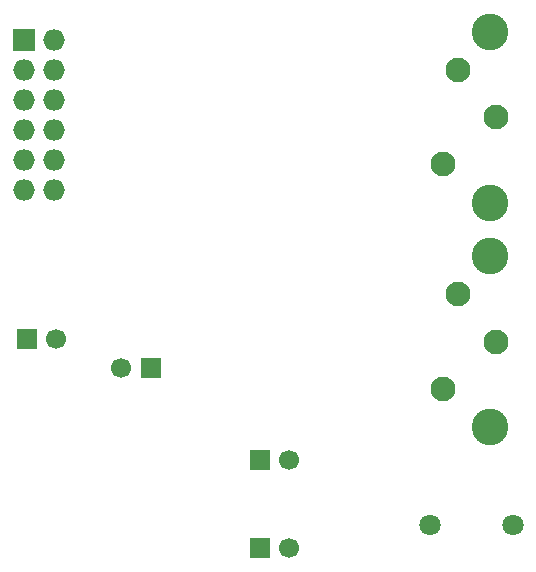
<source format=gbs>
G04 #@! TF.FileFunction,Soldermask,Bot*
%FSLAX46Y46*%
G04 Gerber Fmt 4.6, Leading zero omitted, Abs format (unit mm)*
G04 Created by KiCad (PCBNEW 4.0.6-e0-6349~53~ubuntu14.04.1) date Sun Oct 15 19:31:36 2017*
%MOMM*%
%LPD*%
G01*
G04 APERTURE LIST*
%ADD10C,0.100000*%
%ADD11C,1.800000*%
%ADD12C,2.100000*%
%ADD13C,3.100000*%
%ADD14R,1.827200X1.827200*%
%ADD15O,1.827200X1.827200*%
%ADD16R,1.700000X1.700000*%
%ADD17C,1.700000*%
G04 APERTURE END LIST*
D10*
D11*
X184400000Y-144000000D03*
X177400000Y-144000000D03*
D12*
X183000000Y-128500000D03*
X178500000Y-132500000D03*
X179750000Y-124500000D03*
D13*
X182500000Y-135750000D03*
X182500000Y-121250000D03*
D12*
X183000000Y-109500000D03*
X178500000Y-113500000D03*
X179750000Y-105500000D03*
D13*
X182500000Y-116750000D03*
X182500000Y-102250000D03*
D14*
X143000000Y-103000000D03*
D15*
X145540000Y-103000000D03*
X143000000Y-105540000D03*
X145540000Y-105540000D03*
X143000000Y-108080000D03*
X145540000Y-108080000D03*
X143000000Y-110620000D03*
X145540000Y-110620000D03*
X143000000Y-113160000D03*
X145540000Y-113160000D03*
X143000000Y-115700000D03*
X145540000Y-115700000D03*
D16*
X143250000Y-128250000D03*
D17*
X145750000Y-128250000D03*
D16*
X153750000Y-130750000D03*
D17*
X151250000Y-130750000D03*
D16*
X163000000Y-138500000D03*
D17*
X165500000Y-138500000D03*
D16*
X163000000Y-146000000D03*
D17*
X165500000Y-146000000D03*
M02*

</source>
